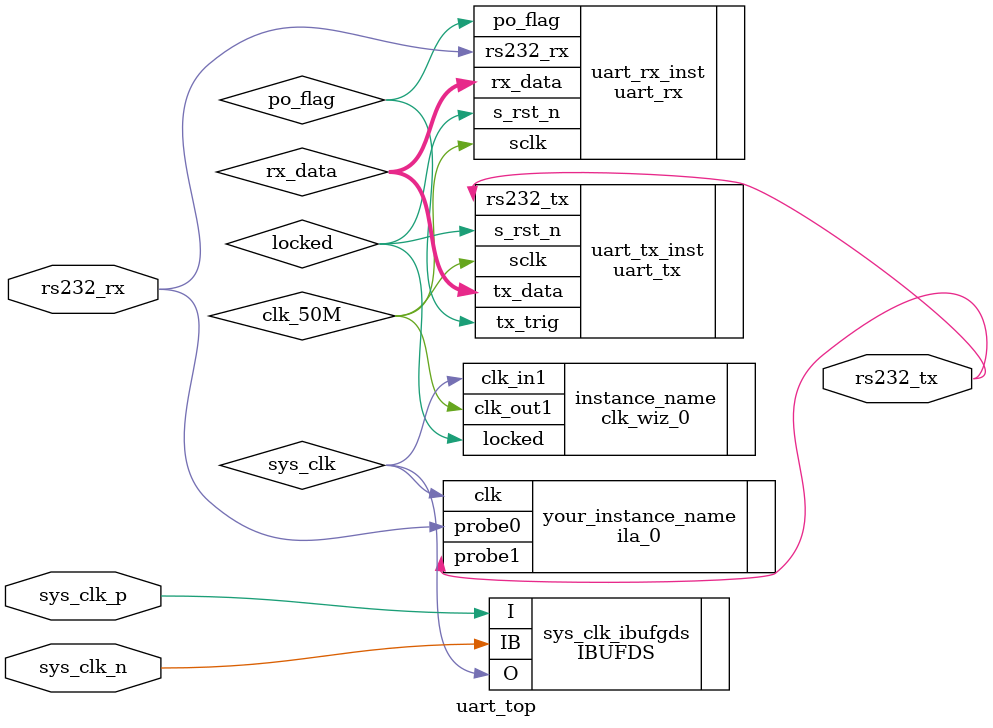
<source format=v>
`timescale 1ns / 1ps


module uart_top(
//Differential system clocks
    sys_clk_p,//200M
    sys_clk_n,    
    //rst_n,  //S1
// UART Interface
    rs232_tx ,
    rs232_rx 

    );

input         sys_clk_p;
input         sys_clk_n;
//input         rst_n;    
output        rs232_tx;
input         rs232_rx;    
    
    
 wire [7:0]  rx_data;
 wire        po_flag;
 wire        sys_clk;
 wire        locked;
 wire        clk_50M;
 
IBUFDS sys_clk_ibufgds
(
	.O        (sys_clk  ),
	.I        (sys_clk_p),
	.IB       (sys_clk_n)
); 
 
  clk_wiz_0 instance_name
   (
    // Clock out ports
    .clk_out1(clk_50M),     // output clk_out1
    // Status and control signals
    .locked(locked),       // output locked
   // Clock in ports
    .clk_in1(sys_clk));      // input clk_in1 
 
   
uart_tx uart_tx_inst(
    . sclk      (clk_50M),
    . s_rst_n   (locked),
    // UART Interface
    . rs232_tx  (rs232_tx),
    // others
    . tx_trig   (po_flag),
    . tx_data   (rx_data)
    );    
    
uart_rx uart_rx_inst(
    . sclk      (clk_50M),
    . s_rst_n   (locked),
    // UART Interface
    . rs232_rx  (rs232_rx),
    // others
    . rx_data   (rx_data),
    . po_flag   (po_flag)
    ); 
    
ila_0 your_instance_name (
	.clk(sys_clk), // input wire clk


	.probe0(rs232_rx), // input wire [0:0]  probe0  
	.probe1(rs232_tx) // input wire [0:0]  probe1
);      
    
endmodule

</source>
